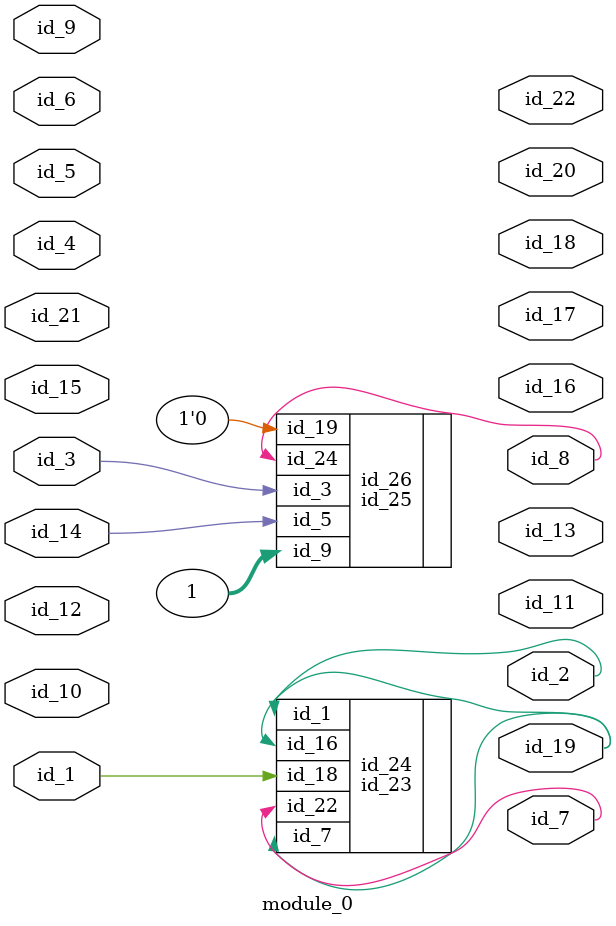
<source format=v>
module module_0 (
    id_1,
    id_2,
    id_3,
    id_4,
    id_5,
    id_6,
    id_7,
    id_8,
    id_9,
    id_10,
    id_11,
    id_12,
    id_13,
    id_14,
    id_15,
    id_16,
    id_17,
    id_18,
    id_19,
    id_20,
    id_21,
    id_22
);
  output id_22;
  input id_21;
  output id_20;
  output id_19;
  output id_18;
  output id_17;
  output id_16;
  input id_15;
  input id_14;
  output id_13;
  input id_12;
  output id_11;
  input id_10;
  input id_9;
  output id_8;
  output id_7;
  input id_6;
  input id_5;
  input id_4;
  input id_3;
  output id_2;
  input id_1;
  assign id_17[id_11] = 1;
  id_23 id_24 (
      .id_22(id_7),
      .id_16(id_19),
      .id_7 (id_19),
      .id_1 (id_2),
      .id_18(id_1)
  );
  id_25 id_26 (
      .id_19(1'b0),
      .id_9 (1),
      .id_24(id_8),
      .id_5 (id_14),
      .id_3 (id_3)
  );
endmodule

</source>
